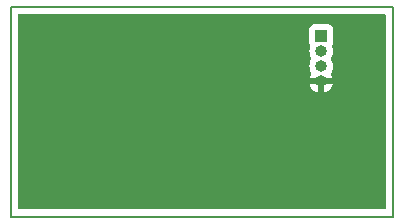
<source format=gbr>
%TF.GenerationSoftware,KiCad,Pcbnew,(6.0.1)*%
%TF.CreationDate,2022-02-12T15:33:55+03:30*%
%TF.ProjectId,led,6c65642e-6b69-4636-9164-5f7063625858,rev?*%
%TF.SameCoordinates,Original*%
%TF.FileFunction,Copper,L2,Bot*%
%TF.FilePolarity,Positive*%
%FSLAX46Y46*%
G04 Gerber Fmt 4.6, Leading zero omitted, Abs format (unit mm)*
G04 Created by KiCad (PCBNEW (6.0.1)) date 2022-02-12 15:33:55*
%MOMM*%
%LPD*%
G01*
G04 APERTURE LIST*
%TA.AperFunction,NonConductor*%
%ADD10C,0.200000*%
%TD*%
%TA.AperFunction,ComponentPad*%
%ADD11R,1.000000X1.000000*%
%TD*%
%TA.AperFunction,ComponentPad*%
%ADD12O,1.000000X1.000000*%
%TD*%
%TA.AperFunction,ViaPad*%
%ADD13C,0.800000*%
%TD*%
%TA.AperFunction,Conductor*%
%ADD14C,0.250000*%
%TD*%
G04 APERTURE END LIST*
D10*
X92710000Y-97155000D02*
X125095000Y-97155000D01*
X92710000Y-114935000D02*
X92710000Y-97155000D01*
X125095000Y-114935000D02*
X92710000Y-114935000D01*
X125095000Y-97155000D02*
X125095000Y-114935000D01*
D11*
%TO.P,J2,1,Pin_1*%
%TO.N,SWCLK*%
X118999000Y-99674600D03*
D12*
%TO.P,J2,2,Pin_2*%
%TO.N,SWDIO*%
X118999000Y-100944600D03*
%TO.P,J2,3,Pin_3*%
%TO.N,+3V3*%
X118999000Y-102214600D03*
%TO.P,J2,4,Pin_4*%
%TO.N,GND*%
X118999000Y-103484600D03*
%TD*%
D13*
%TO.N,GND*%
X109220000Y-103886000D03*
X114357719Y-104197719D03*
X100325701Y-106430299D03*
X107696000Y-105295500D03*
X107696000Y-106934000D03*
X98293701Y-106430299D03*
%TD*%
D14*
%TO.N,GND*%
X109220000Y-103632000D02*
X109220000Y-103886000D01*
X113341719Y-104197719D02*
X112776000Y-103632000D01*
X114357719Y-104197719D02*
X113341719Y-104197719D01*
X112776000Y-103632000D02*
X109220000Y-103632000D01*
X100330000Y-106426000D02*
X100325701Y-106430299D01*
X98293701Y-106430299D02*
X100325701Y-106430299D01*
X107696000Y-106934000D02*
X107696000Y-105295500D01*
%TD*%
%TA.AperFunction,Conductor*%
%TO.N,GND*%
G36*
X124429121Y-97783002D02*
G01*
X124475614Y-97836658D01*
X124487000Y-97889000D01*
X124487000Y-114201000D01*
X124466998Y-114269121D01*
X124413342Y-114315614D01*
X124361000Y-114327000D01*
X93444000Y-114327000D01*
X93375879Y-114306998D01*
X93329386Y-114253342D01*
X93318000Y-114201000D01*
X93318000Y-103750575D01*
X118026601Y-103750575D01*
X118055552Y-103851541D01*
X118060067Y-103862945D01*
X118144794Y-104027807D01*
X118151435Y-104038112D01*
X118266568Y-104183372D01*
X118275091Y-104192198D01*
X118416245Y-104312330D01*
X118426317Y-104319330D01*
X118588116Y-104409756D01*
X118599356Y-104414667D01*
X118727768Y-104456390D01*
X118741867Y-104456793D01*
X118745000Y-104450421D01*
X118745000Y-104442164D01*
X119253000Y-104442164D01*
X119256973Y-104455695D01*
X119265188Y-104456876D01*
X119359337Y-104430589D01*
X119370787Y-104426148D01*
X119536226Y-104342579D01*
X119546585Y-104336004D01*
X119692639Y-104221895D01*
X119701527Y-104213431D01*
X119822643Y-104073117D01*
X119829711Y-104063097D01*
X119921262Y-103901937D01*
X119926256Y-103890721D01*
X119971142Y-103755790D01*
X119971643Y-103741697D01*
X119965454Y-103738600D01*
X119271115Y-103738600D01*
X119255876Y-103743075D01*
X119254671Y-103744465D01*
X119253000Y-103752148D01*
X119253000Y-104442164D01*
X118745000Y-104442164D01*
X118745000Y-103756715D01*
X118740525Y-103741476D01*
X118739135Y-103740271D01*
X118731452Y-103738600D01*
X118041282Y-103738600D01*
X118027751Y-103742573D01*
X118026601Y-103750575D01*
X93318000Y-103750575D01*
X93318000Y-102200451D01*
X117985719Y-102200451D01*
X118002268Y-102397534D01*
X118056783Y-102587650D01*
X118147187Y-102763556D01*
X118153164Y-102771097D01*
X118153843Y-102772774D01*
X118154353Y-102773566D01*
X118154203Y-102773663D01*
X118179802Y-102836904D01*
X118166633Y-102906669D01*
X118163254Y-102912354D01*
X118163262Y-102912358D01*
X118070998Y-103080185D01*
X118066166Y-103091458D01*
X118027506Y-103213331D01*
X118027202Y-103227431D01*
X118033763Y-103230600D01*
X119957183Y-103230600D01*
X119970714Y-103226627D01*
X119971806Y-103219033D01*
X119937231Y-103104519D01*
X119932560Y-103093186D01*
X119845537Y-102929518D01*
X119838435Y-102918828D01*
X119817398Y-102851020D01*
X119833827Y-102786864D01*
X119841327Y-102773663D01*
X119867783Y-102727092D01*
X119921723Y-102632142D01*
X119921725Y-102632137D01*
X119924769Y-102626779D01*
X119987197Y-102439113D01*
X120011985Y-102242895D01*
X120012380Y-102214600D01*
X119993080Y-102017767D01*
X119935916Y-101828431D01*
X119843066Y-101653804D01*
X119839167Y-101649024D01*
X119838715Y-101648343D01*
X119817676Y-101580535D01*
X119834105Y-101516375D01*
X119921723Y-101362142D01*
X119921725Y-101362137D01*
X119924769Y-101356779D01*
X119987197Y-101169113D01*
X120011985Y-100972895D01*
X120012380Y-100944600D01*
X119993080Y-100747767D01*
X119935916Y-100558431D01*
X119933024Y-100552991D01*
X119931195Y-100548554D01*
X119923731Y-100477950D01*
X119941512Y-100437231D01*
X119939921Y-100436360D01*
X119944229Y-100428491D01*
X119949615Y-100421305D01*
X120000745Y-100284916D01*
X120007500Y-100222734D01*
X120007500Y-99126466D01*
X120000745Y-99064284D01*
X119949615Y-98927895D01*
X119862261Y-98811339D01*
X119745705Y-98723985D01*
X119609316Y-98672855D01*
X119547134Y-98666100D01*
X118450866Y-98666100D01*
X118388684Y-98672855D01*
X118252295Y-98723985D01*
X118135739Y-98811339D01*
X118048385Y-98927895D01*
X117997255Y-99064284D01*
X117990500Y-99126466D01*
X117990500Y-100222734D01*
X117997255Y-100284916D01*
X118048385Y-100421305D01*
X118053771Y-100428492D01*
X118058079Y-100436360D01*
X118055858Y-100437576D01*
X118076013Y-100491510D01*
X118066993Y-100545205D01*
X118067567Y-100545387D01*
X118065706Y-100551254D01*
X118065705Y-100551256D01*
X118009627Y-100728036D01*
X118007765Y-100733906D01*
X117985719Y-100930451D01*
X118002268Y-101127534D01*
X118056783Y-101317650D01*
X118147187Y-101493556D01*
X118151016Y-101498387D01*
X118152839Y-101500688D01*
X118153414Y-101502109D01*
X118154353Y-101503566D01*
X118154076Y-101503744D01*
X118179474Y-101566498D01*
X118166301Y-101636262D01*
X118162846Y-101642074D01*
X118067567Y-101815387D01*
X118065706Y-101821254D01*
X118065705Y-101821256D01*
X118009627Y-101998036D01*
X118007765Y-102003906D01*
X117985719Y-102200451D01*
X93318000Y-102200451D01*
X93318000Y-97889000D01*
X93338002Y-97820879D01*
X93391658Y-97774386D01*
X93444000Y-97763000D01*
X124361000Y-97763000D01*
X124429121Y-97783002D01*
G37*
%TD.AperFunction*%
%TD*%
M02*

</source>
